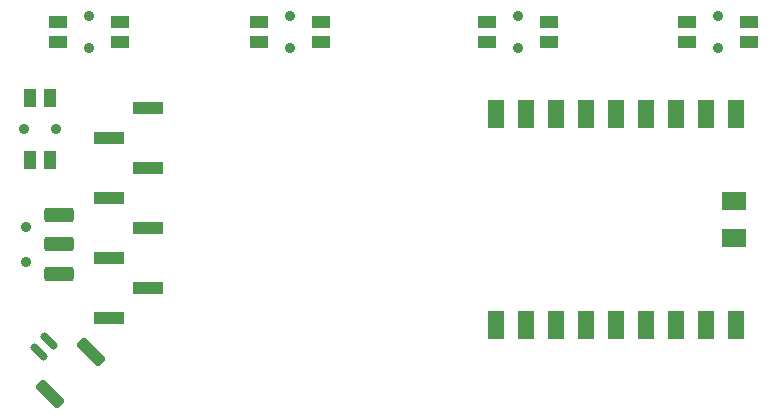
<source format=gbr>
%TF.GenerationSoftware,KiCad,Pcbnew,9.0.0*%
%TF.CreationDate,2025-09-03T15:15:46-07:00*%
%TF.ProjectId,grippy,67726970-7079-42e6-9b69-6361645f7063,rev?*%
%TF.SameCoordinates,Original*%
%TF.FileFunction,Soldermask,Top*%
%TF.FilePolarity,Negative*%
%FSLAX46Y46*%
G04 Gerber Fmt 4.6, Leading zero omitted, Abs format (unit mm)*
G04 Created by KiCad (PCBNEW 9.0.0) date 2025-09-03 15:15:46*
%MOMM*%
%LPD*%
G01*
G04 APERTURE LIST*
G04 Aperture macros list*
%AMRoundRect*
0 Rectangle with rounded corners*
0 $1 Rounding radius*
0 $2 $3 $4 $5 $6 $7 $8 $9 X,Y pos of 4 corners*
0 Add a 4 corners polygon primitive as box body*
4,1,4,$2,$3,$4,$5,$6,$7,$8,$9,$2,$3,0*
0 Add four circle primitives for the rounded corners*
1,1,$1+$1,$2,$3*
1,1,$1+$1,$4,$5*
1,1,$1+$1,$6,$7*
1,1,$1+$1,$8,$9*
0 Add four rect primitives between the rounded corners*
20,1,$1+$1,$2,$3,$4,$5,0*
20,1,$1+$1,$4,$5,$6,$7,0*
20,1,$1+$1,$6,$7,$8,$9,0*
20,1,$1+$1,$8,$9,$2,$3,0*%
G04 Aperture macros list end*
%ADD10R,1.400000X2.400000*%
%ADD11R,2.000000X1.600000*%
%ADD12RoundRect,0.150000X0.388909X-0.601041X0.601041X-0.388909X-0.388909X0.601041X-0.601041X0.388909X0*%
%ADD13RoundRect,0.250000X0.601041X-0.954594X0.954594X-0.601041X-0.601041X0.954594X-0.954594X0.601041X0*%
%ADD14C,0.900000*%
%ADD15R,1.550000X1.000000*%
%ADD16RoundRect,0.240000X-1.010000X0.360000X-1.010000X-0.360000X1.010000X-0.360000X1.010000X0.360000X0*%
%ADD17R,2.510000X1.000000*%
%ADD18R,1.000000X1.550000*%
G04 APERTURE END LIST*
D10*
%TO.C,U1*%
X229330000Y-95670000D03*
X234410000Y-95670000D03*
D11*
X234250000Y-88300000D03*
X234250000Y-85100000D03*
D10*
X231870000Y-95670000D03*
X229330000Y-77730000D03*
X226790000Y-77730000D03*
X224250000Y-77730000D03*
X221710000Y-77730000D03*
X219170000Y-77730000D03*
X216630000Y-77730000D03*
X214090000Y-77730000D03*
X214090000Y-95670000D03*
X216630000Y-95670000D03*
X219170000Y-95670000D03*
X221710000Y-95670000D03*
X224250000Y-95670000D03*
X226790000Y-95670000D03*
X231870000Y-77730000D03*
X234410000Y-77730000D03*
%TD*%
D12*
%TO.C,BAT1*%
X175345228Y-97883794D03*
X176229111Y-96999911D03*
D13*
X176299822Y-101454683D03*
X179800000Y-97954505D03*
%TD*%
D14*
%TO.C,SW3*%
X232900000Y-69425000D03*
X232900000Y-72175000D03*
D15*
X230275000Y-69950000D03*
X235525000Y-69950000D03*
X230275000Y-71650000D03*
X235525000Y-71650000D03*
%TD*%
D14*
%TO.C,SW0*%
X179600000Y-69425000D03*
X179600000Y-72175000D03*
D15*
X176975000Y-69950000D03*
X182225000Y-69950000D03*
X176975000Y-71650000D03*
X182225000Y-71650000D03*
%TD*%
D14*
%TO.C,SW5*%
X174300000Y-87300000D03*
X174300000Y-90300000D03*
D16*
X177050000Y-86300000D03*
X177050000Y-88800000D03*
X177050000Y-91300000D03*
%TD*%
D17*
%TO.C,J1*%
X181300000Y-95045000D03*
X184610000Y-92505000D03*
X181300000Y-89965000D03*
X184610000Y-87425000D03*
X181300000Y-84885000D03*
X184610000Y-82345000D03*
X181300000Y-79805000D03*
X184610000Y-77265000D03*
%TD*%
D14*
%TO.C,SW2*%
X215900000Y-69425000D03*
X215900000Y-72175000D03*
D15*
X213275000Y-69950000D03*
X218525000Y-69950000D03*
X213275000Y-71650000D03*
X218525000Y-71650000D03*
%TD*%
D14*
%TO.C,SW1*%
X196625000Y-69425000D03*
X196625000Y-72175000D03*
D15*
X194000000Y-69950000D03*
X199250000Y-69950000D03*
X194000000Y-71650000D03*
X199250000Y-71650000D03*
%TD*%
D14*
%TO.C,SW4*%
X174100000Y-79025000D03*
X176850000Y-79025000D03*
D18*
X174625000Y-81650000D03*
X174625000Y-76400000D03*
X176325000Y-81650000D03*
X176325000Y-76400000D03*
%TD*%
M02*

</source>
